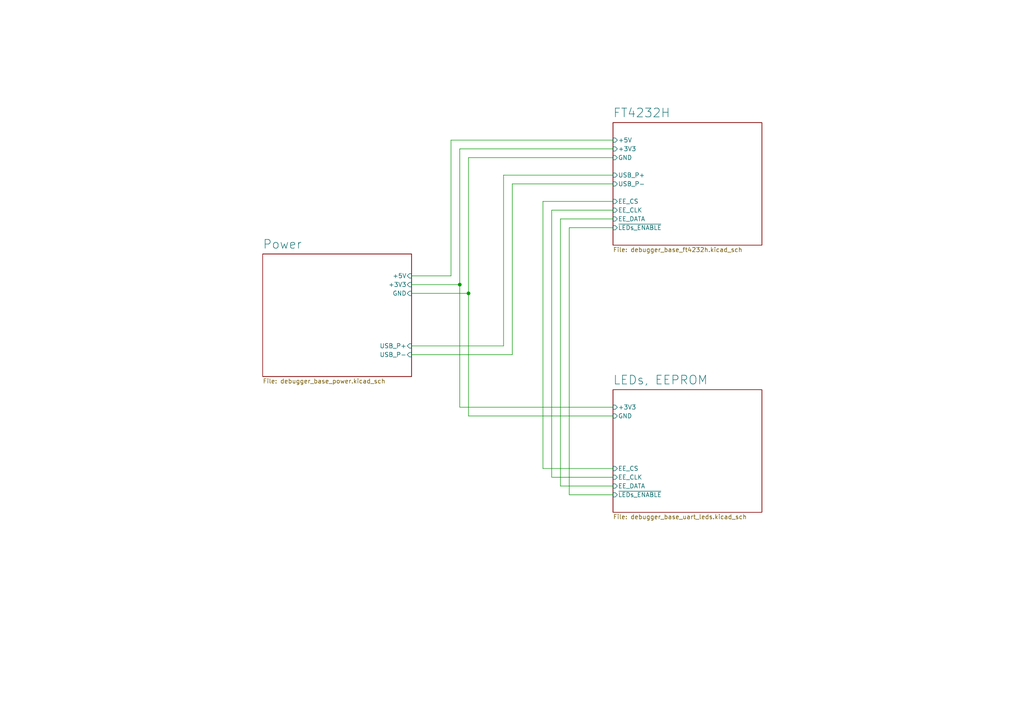
<source format=kicad_sch>
(kicad_sch
	(version 20231120)
	(generator "eeschema")
	(generator_version "8.0")
	(uuid "24fd8111-00da-473b-932c-4ca8f1f1836f")
	(paper "A4")
	(title_block
		(title "FT4232 Debugger Base")
		(date "2024-02-10")
		(rev "v1.0")
		(comment 4 "Simon Brenninger")
	)
	(lib_symbols)
	(junction
		(at 133.35 82.55)
		(diameter 0)
		(color 0 0 0 0)
		(uuid "386c830c-2388-4aa9-bdab-1a69b0dcde08")
	)
	(junction
		(at 135.89 85.09)
		(diameter 0)
		(color 0 0 0 0)
		(uuid "e24c9c45-a69d-4b63-8b45-4f65cc52f3b5")
	)
	(wire
		(pts
			(xy 135.89 85.09) (xy 135.89 120.65)
		)
		(stroke
			(width 0)
			(type default)
		)
		(uuid "08cd20a3-57b4-4d3e-979b-e38e59df5da1")
	)
	(wire
		(pts
			(xy 119.38 100.33) (xy 146.05 100.33)
		)
		(stroke
			(width 0)
			(type default)
		)
		(uuid "0e5c272f-6bcc-4c38-8d02-86f1875a2d16")
	)
	(wire
		(pts
			(xy 133.35 82.55) (xy 133.35 118.11)
		)
		(stroke
			(width 0)
			(type default)
		)
		(uuid "0fe3edf9-5aaf-44e8-9239-152e4619cc04")
	)
	(wire
		(pts
			(xy 177.8 118.11) (xy 133.35 118.11)
		)
		(stroke
			(width 0)
			(type default)
		)
		(uuid "14b658fa-4989-47a0-aa4b-d8bbe63a3bca")
	)
	(wire
		(pts
			(xy 160.02 138.43) (xy 160.02 60.96)
		)
		(stroke
			(width 0)
			(type default)
		)
		(uuid "151a0dd7-82ee-4812-8706-6ae335eab344")
	)
	(wire
		(pts
			(xy 135.89 45.72) (xy 135.89 85.09)
		)
		(stroke
			(width 0)
			(type default)
		)
		(uuid "193989a7-b4e2-45e3-a4ae-d543c4e5e405")
	)
	(wire
		(pts
			(xy 165.1 66.04) (xy 177.8 66.04)
		)
		(stroke
			(width 0)
			(type default)
		)
		(uuid "3d140477-78a6-459f-b3c0-4391afd6c8ae")
	)
	(wire
		(pts
			(xy 177.8 45.72) (xy 135.89 45.72)
		)
		(stroke
			(width 0)
			(type default)
		)
		(uuid "416bf80b-819b-4bb6-93c8-9938740a4d28")
	)
	(wire
		(pts
			(xy 160.02 60.96) (xy 177.8 60.96)
		)
		(stroke
			(width 0)
			(type default)
		)
		(uuid "42d09bdd-8865-4e61-ac02-7a1cb408ba53")
	)
	(wire
		(pts
			(xy 177.8 63.5) (xy 162.56 63.5)
		)
		(stroke
			(width 0)
			(type default)
		)
		(uuid "43d4bad9-1c59-42dd-afe2-8391592efb4d")
	)
	(wire
		(pts
			(xy 146.05 100.33) (xy 146.05 50.8)
		)
		(stroke
			(width 0)
			(type default)
		)
		(uuid "48b9c032-4622-499b-ba07-8aaadf04decd")
	)
	(wire
		(pts
			(xy 177.8 53.34) (xy 148.59 53.34)
		)
		(stroke
			(width 0)
			(type default)
		)
		(uuid "587be841-26c9-486e-933e-d9c37c72607a")
	)
	(wire
		(pts
			(xy 177.8 143.51) (xy 165.1 143.51)
		)
		(stroke
			(width 0)
			(type default)
		)
		(uuid "5ad7a5cc-5f42-447d-a4d2-7750386d0ff9")
	)
	(wire
		(pts
			(xy 162.56 140.97) (xy 177.8 140.97)
		)
		(stroke
			(width 0)
			(type default)
		)
		(uuid "6ab4d6ce-248e-4457-83eb-e56890e6a3fe")
	)
	(wire
		(pts
			(xy 119.38 82.55) (xy 133.35 82.55)
		)
		(stroke
			(width 0)
			(type default)
		)
		(uuid "6cc4a9bf-3ac7-4779-97f7-cb7b1839f93b")
	)
	(wire
		(pts
			(xy 119.38 80.01) (xy 130.81 80.01)
		)
		(stroke
			(width 0)
			(type default)
		)
		(uuid "6f3b3809-43bd-4629-afa2-26c11f17b38c")
	)
	(wire
		(pts
			(xy 177.8 58.42) (xy 157.48 58.42)
		)
		(stroke
			(width 0)
			(type default)
		)
		(uuid "77160217-866e-4d4c-bd29-9e0a26b090c9")
	)
	(wire
		(pts
			(xy 177.8 138.43) (xy 160.02 138.43)
		)
		(stroke
			(width 0)
			(type default)
		)
		(uuid "89055320-82a0-41de-b764-0e5846aee7f5")
	)
	(wire
		(pts
			(xy 148.59 53.34) (xy 148.59 102.87)
		)
		(stroke
			(width 0)
			(type default)
		)
		(uuid "9d9dcfeb-4e4b-4479-a554-c91780833e8c")
	)
	(wire
		(pts
			(xy 177.8 120.65) (xy 135.89 120.65)
		)
		(stroke
			(width 0)
			(type default)
		)
		(uuid "a333a66a-cb18-4f28-b99a-2f757eec9cd0")
	)
	(wire
		(pts
			(xy 130.81 80.01) (xy 130.81 40.64)
		)
		(stroke
			(width 0)
			(type default)
		)
		(uuid "a4715eb5-22d6-43fa-8557-f2dbc6353958")
	)
	(wire
		(pts
			(xy 133.35 43.18) (xy 177.8 43.18)
		)
		(stroke
			(width 0)
			(type default)
		)
		(uuid "aa1a3ba6-c949-4ac6-85e9-86229b7829e3")
	)
	(wire
		(pts
			(xy 130.81 40.64) (xy 177.8 40.64)
		)
		(stroke
			(width 0)
			(type default)
		)
		(uuid "aa332f72-303c-48d6-9ace-c4b861984960")
	)
	(wire
		(pts
			(xy 165.1 143.51) (xy 165.1 66.04)
		)
		(stroke
			(width 0)
			(type default)
		)
		(uuid "b551c7d9-aaf0-4374-b9c8-db6c15fdcce3")
	)
	(wire
		(pts
			(xy 135.89 85.09) (xy 119.38 85.09)
		)
		(stroke
			(width 0)
			(type default)
		)
		(uuid "d0261c5c-15c9-4d0a-9cdd-bee541a41865")
	)
	(wire
		(pts
			(xy 146.05 50.8) (xy 177.8 50.8)
		)
		(stroke
			(width 0)
			(type default)
		)
		(uuid "d329484b-0067-46d5-9b34-54cac41fe876")
	)
	(wire
		(pts
			(xy 162.56 63.5) (xy 162.56 140.97)
		)
		(stroke
			(width 0)
			(type default)
		)
		(uuid "d6227233-08fb-40c2-94ba-e525ede6366a")
	)
	(wire
		(pts
			(xy 133.35 43.18) (xy 133.35 82.55)
		)
		(stroke
			(width 0)
			(type default)
		)
		(uuid "d82b1ab5-c381-493b-a393-72d08b0935a5")
	)
	(wire
		(pts
			(xy 148.59 102.87) (xy 119.38 102.87)
		)
		(stroke
			(width 0)
			(type default)
		)
		(uuid "dad96506-ccdc-4dd7-a18d-94663aebbdff")
	)
	(wire
		(pts
			(xy 157.48 58.42) (xy 157.48 135.89)
		)
		(stroke
			(width 0)
			(type default)
		)
		(uuid "ec19c020-2e47-47aa-aaa1-0d6e144382b5")
	)
	(wire
		(pts
			(xy 157.48 135.89) (xy 177.8 135.89)
		)
		(stroke
			(width 0)
			(type default)
		)
		(uuid "ffd0222b-c458-44a8-a37e-360219b7ab78")
	)
	(sheet
		(at 177.8 35.56)
		(size 43.18 35.56)
		(fields_autoplaced yes)
		(stroke
			(width 0.1524)
			(type solid)
		)
		(fill
			(color 0 0 0 0.0000)
		)
		(uuid "4e5af360-b974-441d-abd4-23d922280697")
		(property "Sheetname" "FT4232H"
			(at 177.8 34.2134 0)
			(effects
				(font
					(size 2.54 2.54)
				)
				(justify left bottom)
			)
		)
		(property "Sheetfile" "debugger_base_ft4232h.kicad_sch"
			(at 177.8 71.7046 0)
			(effects
				(font
					(size 1.27 1.27)
				)
				(justify left top)
			)
		)
		(pin "+3V3" input
			(at 177.8 43.18 180)
			(effects
				(font
					(size 1.27 1.27)
				)
				(justify left)
			)
			(uuid "8aecb39a-ebf6-41f9-903d-9541668a2a0c")
		)
		(pin "GND" input
			(at 177.8 45.72 180)
			(effects
				(font
					(size 1.27 1.27)
				)
				(justify left)
			)
			(uuid "bf4fdedf-9d69-4d67-ad4d-6942f8d85e98")
		)
		(pin "USB_P+" input
			(at 177.8 50.8 180)
			(effects
				(font
					(size 1.27 1.27)
				)
				(justify left)
			)
			(uuid "06703175-6952-4319-b42e-5e70a570fd49")
		)
		(pin "USB_P-" input
			(at 177.8 53.34 180)
			(effects
				(font
					(size 1.27 1.27)
				)
				(justify left)
			)
			(uuid "edf71b35-8ec4-43d7-b215-bdb66928e79c")
		)
		(pin "+5V" input
			(at 177.8 40.64 180)
			(effects
				(font
					(size 1.27 1.27)
				)
				(justify left)
			)
			(uuid "bfc8768d-2b58-4c2f-8c23-0360ed39473a")
		)
		(pin "EE_CLK" input
			(at 177.8 60.96 180)
			(effects
				(font
					(size 1.27 1.27)
				)
				(justify left)
			)
			(uuid "f775189e-f372-4140-9195-02df1eda09d5")
		)
		(pin "EE_CS" input
			(at 177.8 58.42 180)
			(effects
				(font
					(size 1.27 1.27)
				)
				(justify left)
			)
			(uuid "3b976f13-8cc1-4f88-844b-79ff711ec67a")
		)
		(pin "EE_DATA" input
			(at 177.8 63.5 180)
			(effects
				(font
					(size 1.27 1.27)
				)
				(justify left)
			)
			(uuid "21ec5eee-9dab-4a04-bd9f-3f84800bcd95")
		)
		(pin "~{LEDs_ENABLE}" input
			(at 177.8 66.04 180)
			(effects
				(font
					(size 1.27 1.27)
				)
				(justify left)
			)
			(uuid "a594e5f5-1789-4206-a115-f7569cb6d5e6")
		)
		(instances
			(project "debugger_base"
				(path "/24fd8111-00da-473b-932c-4ca8f1f1836f"
					(page "3")
				)
			)
		)
	)
	(sheet
		(at 177.8 113.03)
		(size 43.18 35.56)
		(fields_autoplaced yes)
		(stroke
			(width 0.1524)
			(type solid)
		)
		(fill
			(color 0 0 0 0.0000)
		)
		(uuid "99535401-1698-473e-bb37-3d5caec75bb3")
		(property "Sheetname" "LEDs, EEPROM"
			(at 177.8 111.6834 0)
			(effects
				(font
					(size 2.54 2.54)
				)
				(justify left bottom)
			)
		)
		(property "Sheetfile" "debugger_base_uart_leds.kicad_sch"
			(at 177.8 149.1746 0)
			(effects
				(font
					(size 1.27 1.27)
				)
				(justify left top)
			)
		)
		(pin "GND" input
			(at 177.8 120.65 180)
			(effects
				(font
					(size 1.27 1.27)
				)
				(justify left)
			)
			(uuid "92f2430e-94fc-46f1-ac82-fabcf78635bf")
		)
		(pin "+3V3" input
			(at 177.8 118.11 180)
			(effects
				(font
					(size 1.27 1.27)
				)
				(justify left)
			)
			(uuid "6c519c51-a75d-4ff8-8cba-86a9f634c895")
		)
		(pin "EE_CLK" input
			(at 177.8 138.43 180)
			(effects
				(font
					(size 1.27 1.27)
				)
				(justify left)
			)
			(uuid "52551b3a-bb7f-4303-9d93-70b0e8273117")
		)
		(pin "EE_DATA" input
			(at 177.8 140.97 180)
			(effects
				(font
					(size 1.27 1.27)
				)
				(justify left)
			)
			(uuid "e00b6882-c8d2-4cc0-af0a-437d5a9a79e2")
		)
		(pin "EE_CS" input
			(at 177.8 135.89 180)
			(effects
				(font
					(size 1.27 1.27)
				)
				(justify left)
			)
			(uuid "5e5546a9-b8a6-4352-8add-bd97b6984e8d")
		)
		(pin "~{LEDs_ENABLE}" input
			(at 177.8 143.51 180)
			(effects
				(font
					(size 1.27 1.27)
				)
				(justify left)
			)
			(uuid "7860c7e4-aa52-4f31-8c4b-cabcc62e2539")
		)
		(instances
			(project "debugger_base"
				(path "/24fd8111-00da-473b-932c-4ca8f1f1836f"
					(page "4")
				)
			)
		)
	)
	(sheet
		(at 76.2 73.66)
		(size 43.18 35.56)
		(fields_autoplaced yes)
		(stroke
			(width 0.1524)
			(type solid)
		)
		(fill
			(color 0 0 0 0.0000)
		)
		(uuid "9cf2db57-d7fd-494f-98a3-5f6442010c0a")
		(property "Sheetname" "Power"
			(at 76.2 72.3134 0)
			(effects
				(font
					(size 2.54 2.54)
				)
				(justify left bottom)
			)
		)
		(property "Sheetfile" "debugger_base_power.kicad_sch"
			(at 76.2 109.8046 0)
			(effects
				(font
					(size 1.27 1.27)
				)
				(justify left top)
			)
		)
		(pin "+3V3" input
			(at 119.38 82.55 0)
			(effects
				(font
					(size 1.27 1.27)
				)
				(justify right)
			)
			(uuid "a51fcfaf-5b53-4781-a915-fc3be1cded78")
		)
		(pin "USB_P-" input
			(at 119.38 102.87 0)
			(effects
				(font
					(size 1.27 1.27)
				)
				(justify right)
			)
			(uuid "79416128-395c-4242-acc0-5948d9e0d28e")
		)
		(pin "USB_P+" input
			(at 119.38 100.33 0)
			(effects
				(font
					(size 1.27 1.27)
				)
				(justify right)
			)
			(uuid "942cce1e-add5-410f-be9b-ebc07c390bb2")
		)
		(pin "GND" input
			(at 119.38 85.09 0)
			(effects
				(font
					(size 1.27 1.27)
				)
				(justify right)
			)
			(uuid "ccb02583-0add-4362-9f4d-e6b9bfbc0ab7")
		)
		(pin "+5V" input
			(at 119.38 80.01 0)
			(effects
				(font
					(size 1.27 1.27)
				)
				(justify right)
			)
			(uuid "101a8eeb-035d-440e-adaf-b32fc4c737d5")
		)
		(instances
			(project "debugger_base"
				(path "/24fd8111-00da-473b-932c-4ca8f1f1836f"
					(page "2")
				)
			)
		)
	)
	(sheet_instances
		(path "/"
			(page "1")
		)
	)
)

</source>
